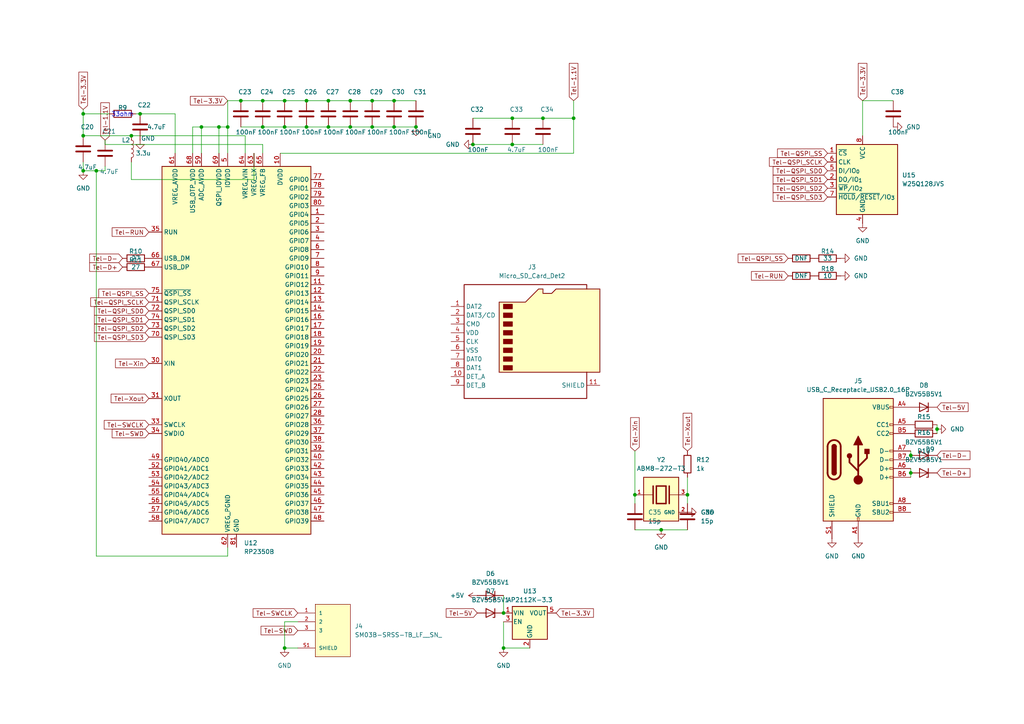
<source format=kicad_sch>
(kicad_sch (version 20250114) (generator "eeschema") (generator_version "9.0")
  (paper "A4")
  (title_block (title "Blitz"))
  (lib_symbols
    (symbol "ABM8-272-T3:ABM8-272-T3" (pin_names (offset 1.016))
      (property "Reference" "Y" (at -5.0878 6.3559 0))
      (property "Value" "ABM8-272-T3" (at -5.0944 -10.16 0))
      (symbol "ABM8-272-T3_0_0"
        (polyline (pts (xy -5.08 0) (xy -2.54 0)) (stroke (width 0.1524)))
        (rectangle (start -5.08 -7.62) (end 5.08 5.08) (stroke (width 0.254)) (fill (type background)))
        (polyline (pts (xy -2.3368 2.54) (xy -2.3368 -2.54)) (stroke (width 0.4064)))
        (polyline (pts (xy -1.397 2.54) (xy -1.397 -2.54)) (stroke (width 0.4064)))
        (polyline (pts (xy -1.397 2.54) (xy 1.397 2.54)) (stroke (width 0.4064)))
        (polyline (pts (xy 1.397 2.54) (xy 1.397 -2.54)) (stroke (width 0.4064)))
        (polyline (pts (xy 1.397 -2.54) (xy -1.397 -2.54)) (stroke (width 0.4064)))
        (polyline (pts (xy 2.3368 2.54) (xy 2.3368 -2.54)) (stroke (width 0.4064)))
        (polyline (pts (xy 2.54 0) (xy 5.08 0)) (stroke (width 0.1524)))
        (pin passive line (at -7.62 0 0) (length 2.54) (name "~") (number "1"))
        (pin passive line (at 7.62 0 180) (length 2.54) (name "~") (number "3"))
        (pin power_in line (at 7.62 -5.08 180) (length 2.54) (name "GND") (number "2"))
        (pin power_in line (at 7.62 -5.08 180) (length 2.54) (hide yes) (name "GND") (number "4"))
      )
    )
    (symbol "Connector:Micro_SD_Card_Det2"
      (property "Reference" "J" (at -16.51 17.78 0))
      (property "Value" "Micro_SD_Card_Det2" (at 16.51 17.78 0))
      (symbol "Micro_SD_Card_Det2_0_1"
        (polyline (pts (xy -8.89 -8.89) (xy -8.89 11.43) (xy -1.27 11.43) (xy 2.54 15.24) (xy 3.81 15.24) (xy 3.81 13.97) (xy 6.35 13.97) (xy 7.62 15.24) (xy 20.32 15.24) (xy 20.32 -8.89) (xy -8.89 -8.89)) (stroke (width 0.254)) (fill (type background)))
        (rectangle (start -7.62 10.795) (end -5.08 9.525) (stroke (width 0.254)) (fill (type outline)))
        (rectangle (start -7.62 8.255) (end -5.08 6.985) (stroke (width 0.254)) (fill (type outline)))
        (rectangle (start -7.62 5.715) (end -5.08 4.445) (stroke (width 0.254)) (fill (type outline)))
        (rectangle (start -7.62 3.175) (end -5.08 1.905) (stroke (width 0.254)) (fill (type outline)))
        (rectangle (start -7.62 0.635) (end -5.08 -0.635) (stroke (width 0.254)) (fill (type outline)))
        (rectangle (start -7.62 -1.905) (end -5.08 -3.175) (stroke (width 0.254)) (fill (type outline)))
        (rectangle (start -7.62 -4.445) (end -5.08 -5.715) (stroke (width 0.254)) (fill (type outline)))
        (rectangle (start -7.62 -6.985) (end -5.08 -8.255) (stroke (width 0.254)) (fill (type outline)))
        (polyline (pts (xy 16.51 15.24) (xy 16.51 16.51) (xy -19.05 16.51) (xy -19.05 -16.51) (xy 16.51 -16.51) (xy 16.51 -8.89)) (stroke (width 0.254)))
      )
      (symbol "Micro_SD_Card_Det2_1_1"
        (pin bidirectional line (at -22.86 10.16 0) (length 3.81) (name "DAT2") (number "1"))
        (pin bidirectional line (at -22.86 7.62 0) (length 3.81) (name "DAT3/CD") (number "2"))
        (pin input line (at -22.86 5.08 0) (length 3.81) (name "CMD") (number "3"))
        (pin power_in line (at -22.86 2.54 0) (length 3.81) (name "VDD") (number "4"))
        (pin input line (at -22.86 0 0) (length 3.81) (name "CLK") (number "5"))
        (pin power_in line (at -22.86 -2.54 0) (length 3.81) (name "VSS") (number "6"))
        (pin bidirectional line (at -22.86 -5.08 0) (length 3.81) (name "DAT0") (number "7"))
        (pin bidirectional line (at -22.86 -7.62 0) (length 3.81) (name "DAT1") (number "8"))
        (pin passive line (at -22.86 -10.16 0) (length 3.81) (name "DET_A") (number "10"))
        (pin passive line (at -22.86 -12.7 0) (length 3.81) (name "DET_B") (number "9"))
        (pin passive line (at 20.32 -12.7 180) (length 3.81) (name "SHIELD") (number "11"))
      )
    )
    (symbol "Connector:USB_C_Receptacle_USB2.0_16P" (pin_names (offset 1.016))
      (property "Reference" "J" (at 0 22.225 0))
      (property "Value" "USB_C_Receptacle_USB2.0_16P" (at 0 19.685 0))
      (symbol "USB_C_Receptacle_USB2.0_16P_0_0"
        (rectangle (start -0.254 -17.78) (end 0.254 -16.764))
        (rectangle (start 10.16 15.494) (end 9.144 14.986))
        (rectangle (start 10.16 10.414) (end 9.144 9.906))
        (rectangle (start 10.16 7.874) (end 9.144 7.366))
        (rectangle (start 10.16 2.794) (end 9.144 2.286))
        (rectangle (start 10.16 0.254) (end 9.144 -0.254))
        (rectangle (start 10.16 -2.286) (end 9.144 -2.794))
        (rectangle (start 10.16 -4.826) (end 9.144 -5.334))
        (rectangle (start 10.16 -12.446) (end 9.144 -12.954))
        (rectangle (start 10.16 -14.986) (end 9.144 -15.494))
      )
      (symbol "USB_C_Receptacle_USB2.0_16P_0_1"
        (rectangle (start -10.16 17.78) (end 10.16 -17.78) (stroke (width 0.254)) (fill (type background)))
        (polyline (pts (xy -8.89 -3.81) (xy -8.89 3.81)) (stroke (width 0.508)))
        (rectangle (start -7.62 -3.81) (end -6.35 3.81) (stroke (width 0.254)) (fill (type outline)))
        (arc (start -7.62 3.81) (mid -6.985 4.4423) (end -6.35 3.81) (stroke (width 0.254)))
        (arc (start -7.62 3.81) (mid -6.985 4.4423) (end -6.35 3.81) (stroke (width 0.254)) (fill (type outline)))
        (arc (start -8.89 3.81) (mid -6.985 5.7067) (end -5.08 3.81) (stroke (width 0.508)))
        (arc (start -5.08 -3.81) (mid -6.985 -5.7067) (end -8.89 -3.81) (stroke (width 0.508)))
        (arc (start -6.35 -3.81) (mid -6.985 -4.4423) (end -7.62 -3.81) (stroke (width 0.254)))
        (arc (start -6.35 -3.81) (mid -6.985 -4.4423) (end -7.62 -3.81) (stroke (width 0.254)) (fill (type outline)))
        (polyline (pts (xy -5.08 3.81) (xy -5.08 -3.81)) (stroke (width 0.508)))
        (circle (center -2.54 1.143) (radius 0.635) (stroke (width 0.254)) (fill (type outline)))
        (polyline (pts (xy -1.27 4.318) (xy 0 6.858) (xy 1.27 4.318) (xy -1.27 4.318)) (stroke (width 0.254)) (fill (type outline)))
        (polyline (pts (xy 0 -2.032) (xy 2.54 0.508) (xy 2.54 1.778)) (stroke (width 0.508)))
        (polyline (pts (xy 0 -3.302) (xy -2.54 -0.762) (xy -2.54 0.508)) (stroke (width 0.508)))
        (polyline (pts (xy 0 -5.842) (xy 0 4.318)) (stroke (width 0.508)))
        (circle (center 0 -5.842) (radius 1.27) (fill (type outline)))
        (rectangle (start 1.905 1.778) (end 3.175 3.048) (stroke (width 0.254)) (fill (type outline)))
      )
      (symbol "USB_C_Receptacle_USB2.0_16P_1_1"
        (pin passive line (at -7.62 -22.86 90) (length 5.08) (name "SHIELD") (number "S1"))
        (pin passive line (at 0 -22.86 90) (length 5.08) (name "GND") (number "A1"))
        (pin passive line (at 0 -22.86 90) (length 5.08) (hide yes) (name "GND") (number "A12"))
        (pin passive line (at 0 -22.86 90) (length 5.08) (hide yes) (name "GND") (number "B1"))
        (pin passive line (at 0 -22.86 90) (length 5.08) (hide yes) (name "GND") (number "B12"))
        (pin passive line (at 15.24 15.24 180) (length 5.08) (name "VBUS") (number "A4"))
        (pin passive line (at 15.24 15.24 180) (length 5.08) (hide yes) (name "VBUS") (number "A9"))
        (pin passive line (at 15.24 15.24 180) (length 5.08) (hide yes) (name "VBUS") (number "B4"))
        (pin passive line (at 15.24 15.24 180) (length 5.08) (hide yes) (name "VBUS") (number "B9"))
        (pin bidirectional line (at 15.24 10.16 180) (length 5.08) (name "CC1") (number "A5"))
        (pin bidirectional line (at 15.24 7.62 180) (length 5.08) (name "CC2") (number "B5"))
        (pin bidirectional line (at 15.24 2.54 180) (length 5.08) (name "D-") (number "A7"))
        (pin bidirectional line (at 15.24 0 180) (length 5.08) (name "D-") (number "B7"))
        (pin bidirectional line (at 15.24 -2.54 180) (length 5.08) (name "D+") (number "A6"))
        (pin bidirectional line (at 15.24 -5.08 180) (length 5.08) (name "D+") (number "B6"))
        (pin bidirectional line (at 15.24 -12.7 180) (length 5.08) (name "SBU1") (number "A8"))
        (pin bidirectional line (at 15.24 -15.24 180) (length 5.08) (name "SBU2") (number "B8"))
      )
    )
    (symbol "Device:C" (pin_numbers (hide yes)) (pin_names (offset 0.254))
      (property "Reference" "C" (at 0.635 2.54 0))
      (property "Value" "C" (at 0.635 -2.54 0))
      (symbol "C_0_1"
        (polyline (pts (xy -2.032 0.762) (xy 2.032 0.762)) (stroke (width 0.508)))
        (polyline (pts (xy -2.032 -0.762) (xy 2.032 -0.762)) (stroke (width 0.508)))
      )
      (symbol "C_1_1"
        (pin passive line (at 0 3.81 270) (length 2.794) (name "~") (number "1"))
        (pin passive line (at 0 -3.81 90) (length 2.794) (name "~") (number "2"))
      )
    )
    (symbol "Device:L" (pin_numbers (hide yes)) (pin_names (offset 1.016) (hide yes))
      (property "Reference" "L" (at -1.27 0 90))
      (property "Value" "L" (at 1.905 0 90))
      (symbol "L_0_1"
        (arc (start 0 2.54) (mid 0.6323 1.905) (end 0 1.27))
        (arc (start 0 1.27) (mid 0.6323 0.635) (end 0 0))
        (arc (start 0 0) (mid 0.6323 -0.635) (end 0 -1.27))
        (arc (start 0 -1.27) (mid 0.6323 -1.905) (end 0 -2.54))
      )
      (symbol "L_1_1"
        (pin passive line (at 0 3.81 270) (length 1.27) (name "1") (number "1"))
        (pin passive line (at 0 -3.81 90) (length 1.27) (name "2") (number "2"))
      )
    )
    (symbol "Device:R" (pin_numbers (hide yes)) (pin_names (offset 0))
      (property "Reference" "R" (at 2.032 0 90))
      (property "Value" "R" (at 0 0 90))
      (symbol "R_0_1"
        (rectangle (start -1.016 -2.54) (end 1.016 2.54) (stroke (width 0.254)))
      )
      (symbol "R_1_1"
        (pin passive line (at 0 3.81 270) (length 1.27) (name "~") (number "1"))
        (pin passive line (at 0 -3.81 90) (length 1.27) (name "~") (number "2"))
      )
    )
    (symbol "Diode:BZV55B5V1" (pin_numbers (hide yes)) (pin_names (hide yes))
      (property "Reference" "D" (at 0 2.54 0))
      (property "Value" "BZV55B5V1" (at 0 -2.54 0))
      (symbol "BZV55B5V1_0_1"
        (polyline (pts (xy -1.27 -1.27) (xy -1.27 1.27) (xy -0.762 1.27)) (stroke (width 0.254)))
        (polyline (pts (xy 1.27 0) (xy -1.27 0)))
        (polyline (pts (xy 1.27 -1.27) (xy 1.27 1.27) (xy -1.27 0) (xy 1.27 -1.27)) (stroke (width 0.254)))
      )
      (symbol "BZV55B5V1_1_1"
        (pin passive line (at -3.81 0 0) (length 2.54) (name "K") (number "1"))
        (pin passive line (at 3.81 0 180) (length 2.54) (name "A") (number "2"))
      )
    )
    (symbol "MCU_RaspberryPi:RP2350B"
      (property "Reference" "U" (at 17.526 57.404 0))
      (property "Value" "RP2350B" (at 17.526 54.864 0))
      (symbol "RP2350B_0_1"
        (rectangle (start -21.59 52.07) (end 21.59 -54.61) (stroke (width 0.254)) (fill (type background)))
      )
      (symbol "RP2350B_1_0"
        (pin bidirectional line (at -25.4 -33.02 0) (length 3.81) (name "GPIO40/ADC0") (number "49"))
        (pin bidirectional line (at -25.4 -35.56 0) (length 3.81) (name "GPIO41/ADC1") (number "52"))
        (pin bidirectional line (at -25.4 -38.1 0) (length 3.81) (name "GPIO42/ADC2") (number "53"))
        (pin bidirectional line (at -25.4 -40.64 0) (length 3.81) (name "GPIO43/ADC3") (number "54"))
        (pin bidirectional line (at -25.4 -43.18 0) (length 3.81) (name "GPIO44/ADC4") (number "55"))
        (pin bidirectional line (at -25.4 -45.72 0) (length 3.81) (name "GPIO45/ADC5") (number "56"))
        (pin bidirectional line (at -25.4 -48.26 0) (length 3.81) (name "GPIO46/ADC6") (number "57"))
        (pin bidirectional line (at -25.4 -50.8 0) (length 3.81) (name "GPIO47/ADC7") (number "58"))
        (pin power_in line (at -17.78 55.88 270) (length 3.81) (name "VREG_AVDD") (number "61"))
        (pin power_in line (at -12.7 55.88 270) (length 3.81) (name "USB_OTP_VDD") (number "68"))
        (pin power_in line (at -5.08 55.88 270) (length 3.81) (name "QSPI_IOVDD") (number "69"))
        (pin passive line (at -2.54 55.88 270) (length 3.81) (hide yes) (name "IOVDD") (number "50"))
        (pin passive line (at -2.54 55.88 270) (length 3.81) (hide yes) (name "IOVDD") (number "60"))
        (pin passive line (at -2.54 55.88 270) (length 3.81) (hide yes) (name "IOVDD") (number "76"))
        (pin power_in line (at -2.54 -58.42 90) (length 3.81) (name "VREG_PGND") (number "62"))
        (pin power_in line (at 12.7 55.88 270) (length 3.81) (name "DVDD") (number "10"))
        (pin passive line (at 12.7 55.88 270) (length 3.81) (hide yes) (name "DVDD") (number "51"))
        (pin bidirectional line (at 25.4 -27.94 180) (length 3.81) (name "GPIO30") (number "38"))
        (pin bidirectional line (at 25.4 -30.48 180) (length 3.81) (name "GPIO31") (number "39"))
        (pin bidirectional line (at 25.4 -33.02 180) (length 3.81) (name "GPIO32") (number "40"))
        (pin bidirectional line (at 25.4 -35.56 180) (length 3.81) (name "GPIO33") (number "42"))
        (pin bidirectional line (at 25.4 -38.1 180) (length 3.81) (name "GPIO34") (number "43"))
        (pin bidirectional line (at 25.4 -40.64 180) (length 3.81) (name "GPIO35") (number "44"))
        (pin bidirectional line (at 25.4 -43.18 180) (length 3.81) (name "GPIO36") (number "45"))
        (pin bidirectional line (at 25.4 -45.72 180) (length 3.81) (name "GPIO37") (number "46"))
        (pin bidirectional line (at 25.4 -48.26 180) (length 3.81) (name "GPIO38") (number "47"))
        (pin bidirectional line (at 25.4 -50.8 180) (length 3.81) (name "GPIO39") (number "48"))
      )
      (symbol "RP2350B_1_1"
        (pin input line (at -25.4 33.02 0) (length 3.81) (name "RUN") (number "35"))
        (pin bidirectional line (at -25.4 25.4 0) (length 3.81) (name "USB_DM") (number "66"))
        (pin bidirectional line (at -25.4 22.86 0) (length 3.81) (name "USB_DP") (number "67"))
        (pin output line (at -25.4 15.24 0) (length 3.81) (name "~{QSPI_SS}") (number "75"))
        (pin output line (at -25.4 12.7 0) (length 3.81) (name "QSPI_SCLK") (number "71"))
        (pin bidirectional line (at -25.4 10.16 0) (length 3.81) (name "QSPI_SD0") (number "72"))
        (pin bidirectional line (at -25.4 7.62 0) (length 3.81) (name "QSPI_SD1") (number "74"))
        (pin bidirectional line (at -25.4 5.08 0) (length 3.81) (name "QSPI_SD2") (number "73"))
        (pin bidirectional line (at -25.4 2.54 0) (length 3.81) (name "QSPI_SD3") (number "70"))
        (pin input line (at -25.4 -5.08 0) (length 3.81) (name "XIN") (number "30"))
        (pin output line (at -25.4 -15.24 0) (length 3.81) (name "XOUT") (number "31"))
        (pin input line (at -25.4 -22.86 0) (length 3.81) (name "SWCLK") (number "33"))
        (pin bidirectional line (at -25.4 -25.4 0) (length 3.81) (name "SWDIO") (number "34"))
        (pin power_in line (at -10.16 55.88 270) (length 3.81) (name "ADC_AVDD") (number "59"))
        (pin passive line (at -2.54 55.88 270) (length 3.81) (hide yes) (name "IOVDD") (number "15"))
        (pin passive line (at -2.54 55.88 270) (length 3.81) (hide yes) (name "IOVDD") (number "24"))
        (pin passive line (at -2.54 55.88 270) (length 3.81) (hide yes) (name "IOVDD") (number "29"))
        (pin passive line (at -2.54 55.88 270) (length 3.81) (hide yes) (name "IOVDD") (number "41"))
        (pin power_in line (at -2.54 55.88 270) (length 3.81) (name "IOVDD") (number "5"))
        (pin power_in line (at 0 -58.42 90) (length 3.81) (name "GND") (number "81"))
        (pin power_in line (at 2.54 55.88 270) (length 3.81) (name "VREG_VIN") (number "64"))
        (pin power_out line (at 5.08 55.88 270) (length 3.81) (name "VREG_LX") (number "63"))
        (pin passive line (at 7.62 55.88 270) (length 3.81) (name "VREG_FB") (number "65"))
        (pin passive line (at 12.7 55.88 270) (length 3.81) (hide yes) (name "DVDD") (number "32"))
        (pin bidirectional line (at 25.4 48.26 180) (length 3.81) (name "GPIO0") (number "77"))
        (pin bidirectional line (at 25.4 45.72 180) (length 3.81) (name "GPIO1") (number "78"))
        (pin bidirectional line (at 25.4 43.18 180) (length 3.81) (name "GPIO2") (number "79"))
        (pin bidirectional line (at 25.4 40.64 180) (length 3.81) (name "GPIO3") (number "80"))
        (pin bidirectional line (at 25.4 38.1 180) (length 3.81) (name "GPIO4") (number "1"))
        (pin bidirectional line (at 25.4 35.56 180) (length 3.81) (name "GPIO5") (number "2"))
        (pin bidirectional line (at 25.4 33.02 180) (length 3.81) (name "GPIO6") (number "3"))
        (pin bidirectional line (at 25.4 30.48 180) (length 3.81) (name "GPIO7") (number "4"))
        (pin bidirectional line (at 25.4 27.94 180) (length 3.81) (name "GPIO8") (number "6"))
        (pin bidirectional line (at 25.4 25.4 180) (length 3.81) (name "GPIO9") (number "7"))
        (pin bidirectional line (at 25.4 22.86 180) (length 3.81) (name "GPIO10") (number "8"))
        (pin bidirectional line (at 25.4 20.32 180) (length 3.81) (name "GPIO11") (number "9"))
        (pin bidirectional line (at 25.4 17.78 180) (length 3.81) (name "GPIO12") (number "11"))
        (pin bidirectional line (at 25.4 15.24 180) (length 3.81) (name "GPIO13") (number "12"))
        (pin bidirectional line (at 25.4 12.7 180) (length 3.81) (name "GPIO14") (number "13"))
        (pin bidirectional line (at 25.4 10.16 180) (length 3.81) (name "GPIO15") (number "14"))
        (pin bidirectional line (at 25.4 7.62 180) (length 3.81) (name "GPIO16") (number "16"))
        (pin bidirectional line (at 25.4 5.08 180) (length 3.81) (name "GPIO17") (number "17"))
        (pin bidirectional line (at 25.4 2.54 180) (length 3.81) (name "GPIO18") (number "18"))
        (pin bidirectional line (at 25.4 0 180) (length 3.81) (name "GPIO19") (number "19"))
        (pin bidirectional line (at 25.4 -2.54 180) (length 3.81) (name "GPIO20") (number "20"))
        (pin bidirectional line (at 25.4 -5.08 180) (length 3.81) (name "GPIO21") (number "21"))
        (pin bidirectional line (at 25.4 -7.62 180) (length 3.81) (name "GPIO22") (number "22"))
        (pin bidirectional line (at 25.4 -10.16 180) (length 3.81) (name "GPIO23") (number "23"))
        (pin bidirectional line (at 25.4 -12.7 180) (length 3.81) (name "GPIO24") (number "25"))
        (pin bidirectional line (at 25.4 -15.24 180) (length 3.81) (name "GPIO25") (number "26"))
        (pin bidirectional line (at 25.4 -17.78 180) (length 3.81) (name "GPIO26") (number "27"))
        (pin bidirectional line (at 25.4 -20.32 180) (length 3.81) (name "GPIO27") (number "28"))
        (pin bidirectional line (at 25.4 -22.86 180) (length 3.81) (name "GPIO28") (number "36"))
        (pin bidirectional line (at 25.4 -25.4 180) (length 3.81) (name "GPIO29") (number "37"))
      )
    )
    (symbol "Memory_Flash:W25Q128JVS"
      (property "Reference" "U" (at -6.35 11.43 0))
      (property "Value" "W25Q128JVS" (at 7.62 11.43 0))
      (symbol "W25Q128JVS_0_1"
        (rectangle (start -7.62 10.16) (end 10.16 -10.16) (stroke (width 0.254)) (fill (type background)))
      )
      (symbol "W25Q128JVS_1_1"
        (pin input line (at -10.16 7.62 0) (length 2.54) (name "~{CS}") (number "1"))
        (pin input line (at -10.16 5.08 0) (length 2.54) (name "CLK") (number "6"))
        (pin bidirectional line (at -10.16 2.54 0) (length 2.54) (name "DI/IO_{0}") (number "5"))
        (pin bidirectional line (at -10.16 0 0) (length 2.54) (name "DO/IO_{1}") (number "2"))
        (pin bidirectional line (at -10.16 -2.54 0) (length 2.54) (name "~{WP}/IO_{2}") (number "3"))
        (pin bidirectional line (at -10.16 -5.08 0) (length 2.54) (name "~{HOLD}/~{RESET}/IO_{3}") (number "7"))
        (pin power_in line (at 0 12.7 270) (length 2.54) (name "VCC") (number "8"))
        (pin power_in line (at 0 -12.7 90) (length 2.54) (name "GND") (number "4"))
      )
    )
    (symbol "Regulator_Linear:AP2112K-3.3" (pin_names (offset 0.254))
      (property "Reference" "U" (at -5.08 5.715 0))
      (property "Value" "AP2112K-3.3" (at 0 5.715 0))
      (symbol "AP2112K-3.3_0_1"
        (rectangle (start -5.08 4.445) (end 5.08 -5.08) (stroke (width 0.254)) (fill (type background)))
      )
      (symbol "AP2112K-3.3_1_1"
        (pin power_in line (at -7.62 2.54 0) (length 2.54) (name "VIN") (number "1"))
        (pin input line (at -7.62 0 0) (length 2.54) (name "EN") (number "3"))
        (pin power_in line (at 0 -7.62 90) (length 2.54) (name "GND") (number "2"))
        (pin no_connect line (at 5.08 0 180) (length 2.54) (hide yes) (name "NC") (number "4"))
        (pin power_out line (at 7.62 2.54 180) (length 2.54) (name "VOUT") (number "5"))
      )
    )
    (symbol "SM03B-SRSS-TB_LF__SN_:SM03B-SRSS-TB_LF__SN_" (pin_names (offset 1.016))
      (property "Reference" "J" (at -5.08 8.382 0))
      (property "Value" "SM03B-SRSS-TB_LF__SN_" (at -5.08 -10.16 0))
      (symbol "SM03B-SRSS-TB_LF__SN__0_0"
        (rectangle (start -5.08 -7.62) (end 5.08 7.62) (stroke (width 0.1524)) (fill (type background)))
        (pin passive line (at -10.16 5.08 0) (length 5.08) (name "1") (number "1"))
        (pin passive line (at -10.16 2.54 0) (length 5.08) (name "2") (number "2"))
        (pin passive line (at -10.16 0 0) (length 5.08) (name "3") (number "3"))
        (pin passive line (at -10.16 -5.08 0) (length 5.08) (name "SHIELD") (number "S1"))
        (pin passive line (at -10.16 -5.08 0) (length 5.08) (hide yes) (name "SHIELD") (number "S2"))
      )
    )
    (symbol "power:+5V" (power) (pin_numbers (hide yes)) (pin_names (offset 0) (hide yes))
      (property "Value" "+5V" (at 0 3.556 0))
      (symbol "+5V_0_1"
        (polyline (pts (xy -0.762 1.27) (xy 0 2.54)))
        (polyline (pts (xy 0 2.54) (xy 0.762 1.27)))
        (polyline (pts (xy 0 0) (xy 0 2.54)))
      )
      (symbol "+5V_1_1"
        (pin power_in line (at 0 0 90) (length 0) (name "~") (number "1"))
      )
    )
    (symbol "power:GND" (power) (pin_numbers (hide yes)) (pin_names (offset 0) (hide yes))
      (property "Value" "GND" (at 0 -3.81 0))
      (symbol "GND_0_1"
        (polyline (pts (xy 0 0) (xy 0 -1.27) (xy 1.27 -1.27) (xy 0 -2.54) (xy -1.27 -1.27) (xy 0 -1.27)))
      )
      (symbol "GND_1_1"
        (pin power_in line (at 0 0 270) (length 0) (name "~") (number "1"))
      )
    )
  )
  (text "33ohm" (at 35.56 33.274 0) (effects (font (size 1.27 1.27))))
  (junction (at 40.64 33.02))
  (junction (at 24.13 49.53))
  (junction (at 148.59 41.91))
  (junction (at 191.77 153.67))
  (junction (at 264.16 132.08))
  (junction (at 114.3 29.21))
  (junction (at 137.16 41.91))
  (junction (at 184.15 143.51))
  (junction (at 82.55 187.96))
  (junction (at 66.04 36.83))
  (junction (at 107.95 36.83))
  (junction (at 114.3 36.83))
  (junction (at 82.55 29.21))
  (junction (at 95.25 36.83))
  (junction (at 24.13 39.37))
  (junction (at 38.1 39.37))
  (junction (at 148.59 34.29))
  (junction (at 271.78 124.46))
  (junction (at 63.5 36.83))
  (junction (at 58.42 36.83))
  (junction (at 146.05 177.8))
  (junction (at 120.65 36.83))
  (junction (at 166.37 34.29))
  (junction (at 76.2 36.83))
  (junction (at 88.9 29.21))
  (junction (at 157.48 34.29))
  (junction (at 24.13 33.02))
  (junction (at 27.94 49.53))
  (junction (at 264.16 137.16))
  (junction (at 88.9 36.83))
  (junction (at 107.95 29.21))
  (junction (at 82.55 36.83))
  (junction (at 199.39 143.51))
  (junction (at 146.05 187.96))
  (junction (at 76.2 29.21))
  (junction (at 69.85 29.21))
  (junction (at 101.6 29.21))
  (junction (at 95.25 29.21))
  (junction (at 101.6 36.83))
  (wire (pts (xy 63.5 36.83) (xy 58.42 36.83)))
  (wire (pts (xy 66.04 36.83) (xy 66.04 29.21)))
  (wire (pts (xy 27.94 49.53) (xy 27.94 161.29)))
  (wire (pts (xy 271.78 123.19) (xy 271.78 124.46)))
  (wire (pts (xy 76.2 36.83) (xy 82.55 36.83)))
  (wire (pts (xy 24.13 39.37) (xy 38.1 39.37)))
  (wire (pts (xy 31.75 33.02) (xy 24.13 33.02)))
  (wire (pts (xy 82.55 29.21) (xy 88.9 29.21)))
  (wire (pts (xy 88.9 29.21) (xy 95.25 29.21)))
  (wire (pts (xy 58.42 36.83) (xy 58.42 44.45)))
  (wire (pts (xy 66.04 36.83) (xy 63.5 36.83)))
  (wire (pts (xy 107.95 29.21) (xy 114.3 29.21)))
  (wire (pts (xy 146.05 172.72) (xy 146.05 177.8)))
  (wire (pts (xy 30.48 40.64) (xy 30.48 41.91)))
  (wire (pts (xy 137.16 41.91) (xy 148.59 41.91)))
  (wire (pts (xy 69.85 29.21) (xy 76.2 29.21)))
  (wire (pts (xy 38.1 46.99) (xy 38.1 52.07)))
  (wire (pts (xy 250.19 39.37) (xy 250.19 29.21)))
  (wire (pts (xy 146.05 187.96) (xy 153.67 187.96)))
  (wire (pts (xy 63.5 36.83) (xy 63.5 44.45)))
  (wire (pts (xy 30.48 49.53) (xy 27.94 49.53)))
  (wire (pts (xy 30.48 49.53) (xy 30.48 48.26)))
  (wire (pts (xy 81.28 44.45) (xy 166.37 44.45)))
  (wire (pts (xy 101.6 36.83) (xy 107.95 36.83)))
  (wire (pts (xy 38.1 52.07) (xy 73.66 52.07)))
  (wire (pts (xy 24.13 46.99) (xy 24.13 49.53)))
  (wire (pts (xy 184.15 143.51) (xy 184.15 146.05)))
  (wire (pts (xy 199.39 143.51) (xy 199.39 146.05)))
  (wire (pts (xy 24.13 33.02) (xy 24.13 31.75)))
  (wire (pts (xy 184.15 153.67) (xy 191.77 153.67)))
  (wire (pts (xy 148.59 41.91) (xy 157.48 41.91)))
  (wire (pts (xy 166.37 34.29) (xy 166.37 44.45)))
  (wire (pts (xy 95.25 36.83) (xy 101.6 36.83)))
  (wire (pts (xy 73.66 52.07) (xy 73.66 44.45)))
  (wire (pts (xy 114.3 36.83) (xy 120.65 36.83)))
  (wire (pts (xy 114.3 29.21) (xy 120.65 29.21)))
  (wire (pts (xy 71.12 44.45) (xy 71.12 39.37)))
  (wire (pts (xy 148.59 34.29) (xy 157.48 34.29)))
  (wire (pts (xy 76.2 29.21) (xy 82.55 29.21)))
  (wire (pts (xy 264.16 135.89) (xy 264.16 137.16)))
  (wire (pts (xy 39.37 33.02) (xy 40.64 33.02)))
  (wire (pts (xy 250.19 29.21) (xy 259.08 29.21)))
  (wire (pts (xy 95.25 29.21) (xy 101.6 29.21)))
  (wire (pts (xy 24.13 39.37) (xy 24.13 33.02)))
  (wire (pts (xy 66.04 44.45) (xy 66.04 36.83)))
  (wire (pts (xy 137.16 34.29) (xy 148.59 34.29)))
  (wire (pts (xy 88.9 36.83) (xy 95.25 36.83)))
  (wire (pts (xy 271.78 124.46) (xy 271.78 125.73)))
  (wire (pts (xy 82.55 36.83) (xy 88.9 36.83)))
  (wire (pts (xy 69.85 36.83) (xy 76.2 36.83)))
  (wire (pts (xy 66.04 29.21) (xy 69.85 29.21)))
  (wire (pts (xy 101.6 29.21) (xy 107.95 29.21)))
  (wire (pts (xy 264.16 137.16) (xy 264.16 138.43)))
  (wire (pts (xy 76.2 41.91) (xy 76.2 44.45)))
  (wire (pts (xy 82.55 187.96) (xy 86.36 187.96)))
  (wire (pts (xy 166.37 34.29) (xy 166.37 29.21)))
  (wire (pts (xy 66.04 161.29) (xy 66.04 158.75)))
  (wire (pts (xy 30.48 41.91) (xy 76.2 41.91)))
  (wire (pts (xy 264.16 130.81) (xy 264.16 132.08)))
  (wire (pts (xy 107.95 36.83) (xy 114.3 36.83)))
  (wire (pts (xy 50.8 44.45) (xy 50.8 33.02)))
  (wire (pts (xy 38.1 39.37) (xy 71.12 39.37)))
  (wire (pts (xy 82.55 180.34) (xy 82.55 187.96)))
  (wire (pts (xy 40.64 33.02) (xy 50.8 33.02)))
  (wire (pts (xy 146.05 180.34) (xy 146.05 187.96)))
  (wire (pts (xy 58.42 36.83) (xy 55.88 36.83)))
  (wire (pts (xy 184.15 130.81) (xy 184.15 143.51)))
  (wire (pts (xy 191.77 153.67) (xy 199.39 153.67)))
  (wire (pts (xy 55.88 36.83) (xy 55.88 44.45)))
  (wire (pts (xy 86.36 180.34) (xy 82.55 180.34)))
  (wire (pts (xy 27.94 161.29) (xy 66.04 161.29)))
  (wire (pts (xy 199.39 138.43) (xy 199.39 143.51)))
  (wire (pts (xy 264.16 132.08) (xy 264.16 133.35)))
  (wire (pts (xy 157.48 34.29) (xy 166.37 34.29)))
  (wire (pts (xy 24.13 49.53) (xy 27.94 49.53)))
  (global_label "Tel-1.1V" (shape input) (at 30.48 40.64 90) (property "Intersheetrefs" "${INTERSHEET_REFS}" (effects (hide yes))))
  (global_label "Tel-3.3V" (shape input) (at 66.04 29.21 180) (property "Intersheetrefs" "${INTERSHEET_REFS}" (effects (hide yes))))
  (global_label "Tel-Xout" (shape input) (at 43.18 115.57 180) (property "Intersheetrefs" "${INTERSHEET_REFS}" (effects (hide yes))))
  (global_label "Tel-QSPI_SS" (shape input) (at 43.18 85.09 180) (property "Intersheetrefs" "${INTERSHEET_REFS}" (effects (hide yes))))
  (global_label "Tel-D-" (shape input) (at 35.56 74.93 180) (property "Intersheetrefs" "${INTERSHEET_REFS}" (effects (hide yes))))
  (global_label "Tel-Xout" (shape input) (at 199.39 130.81 90) (property "Intersheetrefs" "${INTERSHEET_REFS}" (effects (hide yes))))
  (global_label "Tel-QSPI_SS" (shape input) (at 240.03 44.45 180) (property "Intersheetrefs" "${INTERSHEET_REFS}" (effects (hide yes))))
  (global_label "Tel-5V" (shape input) (at 271.78 118.11 0) (property "Intersheetrefs" "${INTERSHEET_REFS}" (effects (hide yes))))
  (global_label "Tel-QSPI_SD3" (shape input) (at 43.18 97.79 180) (property "Intersheetrefs" "${INTERSHEET_REFS}" (effects (hide yes))))
  (global_label "Tel-Xin" (shape input) (at 43.18 105.41 180) (property "Intersheetrefs" "${INTERSHEET_REFS}" (effects (hide yes))))
  (global_label "Tel-QSPI_SD0" (shape input) (at 240.03 49.53 180) (property "Intersheetrefs" "${INTERSHEET_REFS}" (effects (hide yes))))
  (global_label "Tel-QSPI_SS" (shape input) (at 228.6 74.93 180) (property "Intersheetrefs" "${INTERSHEET_REFS}" (effects (hide yes))))
  (global_label "Tel-3.3V" (shape input) (at 24.13 31.75 90) (property "Intersheetrefs" "${INTERSHEET_REFS}" (effects (hide yes))))
  (global_label "Tel-D+" (shape input) (at 271.78 137.16 0) (property "Intersheetrefs" "${INTERSHEET_REFS}" (effects (hide yes))))
  (global_label "Tel-SWCLK" (shape input) (at 86.36 177.8 180) (property "Intersheetrefs" "${INTERSHEET_REFS}" (effects (hide yes))))
  (global_label "Tel-RUN" (shape input) (at 228.6 80.01 180) (property "Intersheetrefs" "${INTERSHEET_REFS}" (effects (hide yes))))
  (global_label "Tel-QSPI_SD3" (shape input) (at 240.03 57.15 180) (property "Intersheetrefs" "${INTERSHEET_REFS}" (effects (hide yes))))
  (global_label "Tel-QSPI_SD2" (shape input) (at 240.03 54.61 180) (property "Intersheetrefs" "${INTERSHEET_REFS}" (effects (hide yes))))
  (global_label "Tel-SWCLK" (shape input) (at 43.18 123.19 180) (property "Intersheetrefs" "${INTERSHEET_REFS}" (effects (hide yes))))
  (global_label "Tel-QSPI_SD2" (shape input) (at 43.18 95.25 180) (property "Intersheetrefs" "${INTERSHEET_REFS}" (effects (hide yes))))
  (global_label "Tel-QSPI_SD1" (shape input) (at 43.18 92.71 180) (property "Intersheetrefs" "${INTERSHEET_REFS}" (effects (hide yes))))
  (global_label "Tel-5V" (shape input) (at 138.43 177.8 180) (property "Intersheetrefs" "${INTERSHEET_REFS}" (effects (hide yes))))
  (global_label "Tel-Xin" (shape input) (at 184.15 130.81 90) (property "Intersheetrefs" "${INTERSHEET_REFS}" (effects (hide yes))))
  (global_label "Tel-D+" (shape input) (at 35.56 77.47 180) (property "Intersheetrefs" "${INTERSHEET_REFS}" (effects (hide yes))))
  (global_label "Tel-QSPI_SD1" (shape input) (at 240.03 52.07 180) (property "Intersheetrefs" "${INTERSHEET_REFS}" (effects (hide yes))))
  (global_label "Tel-SWD" (shape input) (at 86.36 182.88 180) (property "Intersheetrefs" "${INTERSHEET_REFS}" (effects (hide yes))))
  (global_label "Tel-1.1V" (shape input) (at 166.37 29.21 90) (property "Intersheetrefs" "${INTERSHEET_REFS}" (effects (hide yes))))
  (global_label "Tel-QSPI_SD0" (shape input) (at 43.18 90.17 180) (property "Intersheetrefs" "${INTERSHEET_REFS}" (effects (hide yes))))
  (global_label "Tel-RUN" (shape input) (at 43.18 67.31 180) (property "Intersheetrefs" "${INTERSHEET_REFS}" (effects (hide yes))))
  (global_label "Tel-QSPI_SCLK" (shape input) (at 43.18 87.63 180) (property "Intersheetrefs" "${INTERSHEET_REFS}" (effects (hide yes))))
  (global_label "Tel-3.3V" (shape input) (at 161.29 177.8 0) (property "Intersheetrefs" "${INTERSHEET_REFS}" (effects (hide yes))))
  (global_label "Tel-QSPI_SCLK" (shape input) (at 240.03 46.99 180) (property "Intersheetrefs" "${INTERSHEET_REFS}" (effects (hide yes))))
  (global_label "Tel-SWD" (shape input) (at 43.18 125.73 180) (property "Intersheetrefs" "${INTERSHEET_REFS}" (effects (hide yes))))
  (global_label "Tel-3.3V" (shape input) (at 250.19 29.21 90) (property "Intersheetrefs" "${INTERSHEET_REFS}" (effects (hide yes))))
  (global_label "Tel-D-" (shape input) (at 271.78 132.08 0) (property "Intersheetrefs" "${INTERSHEET_REFS}" (effects (hide yes))))
  (symbol (lib_id "Device:C") (at 137.16 38.1 0) (unit 1)
    (property "Reference" "C32" (at 136.398 31.75 0) (effects (justify left)))
    (property "Value" "100nF" (at 135.636 43.434 0) (effects (justify left)))
    (property "Footprint" "Capacitor_SMD:C_01005_0402Metric" (effects (hide yes)))
    (property "Description" "Unpolarized capacitor" (effects (hide yes)))
  )
  (symbol (lib_id "Device:C") (at 24.13 43.18 0) (unit 1)
    (property "Reference" "C20" (at 23.368 36.83 0) (effects (justify left)))
    (property "Value" "4.7uF" (at 22.606 48.514 0) (effects (justify left)))
    (property "Footprint" "Capacitor_SMD:C_01005_0402Metric" (effects (hide yes)))
    (property "Description" "Unpolarized capacitor" (effects (hide yes)))
  )
  (symbol (lib_id "power:GND") (at 271.78 124.46 90) (unit 1)
    (property "Reference" "#PWR034" (effects (hide yes)))
    (property "Value" "GND" (at 275.59 124.4599 90) (effects (justify right)))
    (property "Description" "Power symbol creates a global label with name \"GND\" , ground" (effects (hide yes)))
  )
  (symbol (lib_id "Diode:BZV55B5V1") (at 267.97 137.16 180) (unit 1)
    (property "Reference" "D10" (at 267.97 130.81 0))
    (property "Value" "BZV55B5V1" (at 267.97 133.35 0))
    (property "Footprint" "Diode_SMD:D_MiniMELF" (effects (hide yes)))
    (property "Datasheet" "https://assets.nexperia.com/documents/data-sheet/BZV55_SER.pdf" (effects (hide yes)))
    (property "Description" "5.1V, 500mW, 2%, Zener diode, MiniMELF" (effects (hide yes)))
  )
  (symbol (lib_id "Memory_Flash:W25Q128JVS") (at 250.19 52.07 0) (unit 1)
    (property "Reference" "U15" (at 261.62 50.7999 0) (effects (justify left)))
    (property "Value" "W25Q128JVS" (at 261.62 53.3399 0) (effects (justify left)))
    (property "Footprint" "Package_SO:SOIC-8_5.3x5.3mm_P1.27mm" (effects (hide yes)))
    (property "Datasheet" "https://www.winbond.com/resource-files/w25q128jv_dtr%20revc%2003272018%20plus.pdf" (effects (hide yes)))
    (property "Description" "128Mbit / 16MiB Serial Flash Memory, Standard/Dual/Quad SPI, 2.7-3.6V, SOIC-8" (effects (hide yes)))
  )
  (symbol (lib_id "power:GND") (at 259.08 36.83 90) (unit 1)
    (property "Reference" "#PWR033" (effects (hide yes)))
    (property "Value" "GND" (at 262.89 36.8299 90) (effects (justify right)))
    (property "Description" "Power symbol creates a global label with name \"GND\" , ground" (effects (hide yes)))
  )
  (symbol (lib_id "Device:C") (at 120.65 33.02 0) (unit 1)
    (property "Reference" "C31" (at 119.888 26.67 0) (effects (justify left)))
    (property "Value" "100nF" (at 119.126 38.354 0) (effects (justify left)))
    (property "Footprint" "Capacitor_SMD:C_01005_0402Metric" (effects (hide yes)))
    (property "Description" "Unpolarized capacitor" (effects (hide yes)))
  )
  (symbol (lib_id "Diode:BZV55B5V1") (at 142.24 177.8 180) (unit 1)
    (property "Reference" "D7" (at 142.24 171.45 0))
    (property "Value" "BZV55B5V1" (at 142.24 173.99 0))
    (property "Footprint" "Diode_SMD:D_MiniMELF" (effects (hide yes)))
    (property "Datasheet" "https://assets.nexperia.com/documents/data-sheet/BZV55_SER.pdf" (effects (hide yes)))
    (property "Description" "5.1V, 500mW, 2%, Zener diode, MiniMELF" (effects (hide yes)))
  )
  (symbol (lib_id "Device:C") (at 199.39 149.86 0) (unit 1)
    (property "Reference" "C36" (at 203.2 148.5899 0) (effects (justify left)))
    (property "Value" "15p" (at 203.2 151.1299 0) (effects (justify left)))
    (property "Footprint" "Capacitor_SMD:C_0201_0603Metric" (effects (hide yes)))
    (property "Description" "Unpolarized capacitor" (effects (hide yes)))
  )
  (symbol (lib_id "MCU_RaspberryPi:RP2350B") (at 68.58 100.33 0) (unit 1)
    (property "Reference" "U12" (at 70.7233 157.48 0) (effects (justify left)))
    (property "Value" "RP2350B" (at 70.7233 160.02 0) (effects (justify left)))
    (property "Footprint" "Package_DFN_QFN:QFN-80-1EP_10x10mm_P0.4mm_EP3.4x3.4mm" (effects (hide yes)))
    (property "Datasheet" "https://datasheets.raspberrypi.com/rp2350/rp2350-datasheet.pdf" (effects (hide yes)))
    (property "Description" "A microcontroller by Raspberry Pi, dual CPU architecture (ARM Cortex-M33 / RISC-V Hazard3), 150MHz, no flash, 520KB SRAM, 12 PIO state machines, VQFN-80" (effects (hide yes)))
    (property private "KLC_S4.2_DVDD" "Not a standalone power converter; internal on-chip voltage regulator for digital core supply; DVDD is the digital core power supply, should be placed next to voltage regulator output." (effects (hide yes)))
    (property private "KLC_S4.2_VREG_LX" "Should be placed next to DVDD." (effects (hide yes)))
  )
  (symbol (lib_id "Device:C") (at 76.2 33.02 0) (unit 1)
    (property "Reference" "C24" (at 75.438 26.67 0) (effects (justify left)))
    (property "Value" "100nF" (at 74.676 38.354 0) (effects (justify left)))
    (property "Footprint" "Capacitor_SMD:C_01005_0402Metric" (effects (hide yes)))
    (property "Description" "Unpolarized capacitor" (effects (hide yes)))
  )
  (symbol (lib_id "Device:R") (at 267.97 123.19 90) (unit 1)
    (property "Reference" "R15" (at 267.97 120.904 90))
    (property "Value" "R" (effects (hide yes)))
    (property "Footprint" "Resistor_SMD:R_01005_0402Metric" (effects (hide yes)))
    (property "Description" "Resistor" (effects (hide yes)))
  )
  (symbol (lib_id "Device:R") (at 240.03 80.01 90) (unit 1)
    (property "Reference" "R18" (at 240.03 77.978 90))
    (property "Value" "10" (at 240.03 80.01 90))
    (property "Footprint" "Resistor_SMD:R_0201_0603Metric_Pad0.64x0.40mm_HandSolder" (effects (hide yes)))
    (property "Description" "Resistor" (effects (hide yes)))
  )
  (symbol (lib_id "power:GND") (at 243.84 74.93 90) (unit 1)
    (property "Reference" "#PWR030" (effects (hide yes)))
    (property "Value" "GND" (at 247.65 74.9299 90) (effects (justify right)))
    (property "Description" "Power symbol creates a global label with name \"GND\" , ground" (effects (hide yes)))
  )
  (symbol (lib_id "power:GND") (at 191.77 153.67 0) (unit 1)
    (property "Reference" "#PWR025" (effects (hide yes)))
    (property "Value" "GND" (at 191.77 158.75 0))
    (property "Description" "Power symbol creates a global label with name \"GND\" , ground" (effects (hide yes)))
  )
  (symbol (lib_id "Device:R") (at 39.37 74.93 90) (unit 1)
    (property "Reference" "R10" (at 39.37 72.898 90))
    (property "Value" "27" (at 39.37 74.93 90))
    (property "Footprint" "Resistor_SMD:R_0201_0603Metric_Pad0.64x0.40mm_HandSolder" (effects (hide yes)))
    (property "Description" "Resistor" (effects (hide yes)))
  )
  (symbol (lib_id "Device:R") (at 199.39 134.62 0) (unit 1)
    (property "Reference" "R12" (at 201.93 133.3499 0) (effects (justify left)))
    (property "Value" "1k" (at 201.93 135.8899 0) (effects (justify left)))
    (property "Footprint" "Resistor_SMD:R_01005_0402Metric" (effects (hide yes)))
    (property "Description" "Resistor" (effects (hide yes)))
  )
  (symbol (lib_id "Device:R") (at 39.37 77.47 90) (unit 1)
    (property "Reference" "R11" (at 39.37 75.438 90))
    (property "Value" "27" (at 39.37 77.47 90))
    (property "Footprint" "Resistor_SMD:R_0201_0603Metric_Pad0.64x0.40mm_HandSolder" (effects (hide yes)))
    (property "Description" "Resistor" (effects (hide yes)))
  )
  (symbol (lib_id "power:GND") (at 40.64 40.64 0) (unit 1)
    (property "Reference" "#PWR019" (effects (hide yes)))
    (property "Value" "GND" (at 42.926 40.132 0))
    (property "Description" "Power symbol creates a global label with name \"GND\" , ground" (effects (hide yes)))
  )
  (symbol (lib_id "Device:R") (at 240.03 74.93 90) (unit 1)
    (property "Reference" "R14" (at 240.03 72.898 90))
    (property "Value" "33" (at 240.03 74.93 90))
    (property "Footprint" "Resistor_SMD:R_0201_0603Metric_Pad0.64x0.40mm_HandSolder" (effects (hide yes)))
    (property "Description" "Resistor" (effects (hide yes)))
  )
  (symbol (lib_id "Device:C") (at 95.25 33.02 0) (unit 1)
    (property "Reference" "C27" (at 94.488 26.67 0) (effects (justify left)))
    (property "Value" "100nF" (at 93.726 38.354 0) (effects (justify left)))
    (property "Footprint" "Capacitor_SMD:C_01005_0402Metric" (effects (hide yes)))
    (property "Description" "Unpolarized capacitor" (effects (hide yes)))
  )
  (symbol (lib_id "Device:C") (at 107.95 33.02 0) (unit 1)
    (property "Reference" "C29" (at 107.188 26.67 0) (effects (justify left)))
    (property "Value" "100nF" (at 106.426 38.354 0) (effects (justify left)))
    (property "Footprint" "Capacitor_SMD:C_01005_0402Metric" (effects (hide yes)))
    (property "Description" "Unpolarized capacitor" (effects (hide yes)))
  )
  (symbol (lib_id "power:GND") (at 24.13 49.53 0) (unit 1)
    (property "Reference" "#PWR018" (effects (hide yes)))
    (property "Value" "GND" (at 24.13 54.61 0))
    (property "Description" "Power symbol creates a global label with name \"GND\" , ground" (effects (hide yes)))
  )
  (symbol (lib_id "Device:C") (at 82.55 33.02 0) (unit 1)
    (property "Reference" "C25" (at 81.788 26.67 0) (effects (justify left)))
    (property "Value" "100nF" (at 81.026 38.354 0) (effects (justify left)))
    (property "Footprint" "Capacitor_SMD:C_01005_0402Metric" (effects (hide yes)))
    (property "Description" "Unpolarized capacitor" (effects (hide yes)))
  )
  (symbol (lib_id "Device:C") (at 30.48 44.45 0) (unit 1)
    (property "Reference" "C21" (at 29.718 38.1 0) (effects (justify left)))
    (property "Value" "4.7uF" (at 28.956 49.784 0) (effects (justify left)))
    (property "Footprint" "Capacitor_SMD:C_01005_0402Metric" (effects (hide yes)))
    (property "Description" "Unpolarized capacitor" (effects (hide yes)))
  )
  (symbol (lib_id "Device:R") (at 232.41 74.93 90) (unit 1)
    (property "Reference" "R13" (effects (hide yes)))
    (property "Value" "DNF" (at 232.41 74.93 90))
    (property "Footprint" "Resistor_SMD:R_0603_1608Metric" (effects (hide yes)))
    (property "Description" "Resistor" (effects (hide yes)))
  )
  (symbol (lib_id "Device:L") (at 38.1 43.18 0) (unit 1) (exclude_from_sim yes)
    (property "Reference" "L2" (at 35.306 40.64 0) (effects (justify left)))
    (property "Value" "3.3u" (at 39.37 44.4499 0) (effects (justify left)))
    (property "Footprint" "Inductor_SMD:L_0201_0603Metric" (effects (hide yes)))
    (property "Description" "Inductor" (effects (hide yes)))
  )
  (symbol (lib_id "Diode:BZV55B5V1") (at 267.97 132.08 180) (unit 1)
    (property "Reference" "D9" (at 269.748 130.302 0))
    (property "Value" "BZV55B5V1" (at 267.97 128.27 0))
    (property "Footprint" "Diode_SMD:D_MiniMELF" (effects (hide yes)))
    (property "Datasheet" "https://assets.nexperia.com/documents/data-sheet/BZV55_SER.pdf" (effects (hide yes)))
    (property "Description" "5.1V, 500mW, 2%, Zener diode, MiniMELF" (effects (hide yes)))
  )
  (symbol (lib_id "power:GND") (at 241.3 156.21 0) (unit 1)
    (property "Reference" "#PWR029" (effects (hide yes)))
    (property "Value" "GND" (at 241.3 161.29 0))
    (property "Description" "Power symbol creates a global label with name \"GND\" , ground" (effects (hide yes)))
  )
  (symbol (lib_id "Device:C") (at 157.48 38.1 0) (unit 1)
    (property "Reference" "C34" (at 156.718 31.75 0) (effects (justify left)))
    (property "Value" "100nF" (at 155.956 43.434 0) (effects (justify left)))
    (property "Footprint" "Capacitor_SMD:C_01005_0402Metric" (effects (hide yes)))
    (property "Description" "Unpolarized capacitor" (effects (hide yes)))
  )
  (symbol (lib_id "power:+5V") (at 138.43 172.72 90) (unit 1)
    (property "Reference" "#PWR023" (effects (hide yes)))
    (property "Value" "+5V" (at 134.62 172.7199 90) (effects (justify left)))
    (property "Description" "Power symbol creates a global label with name \"+5V\"" (effects (hide yes)))
  )
  (symbol (lib_id "ABM8-272-T3:ABM8-272-T3") (at 191.77 143.51 0) (unit 1)
    (property "Reference" "Y2" (at 191.77 133.35 0))
    (property "Value" "ABM8-272-T3" (at 191.77 135.89 0))
    (property "Footprint" "ABM8-272-T3:XTAL_ABM8-272-T3" (effects (hide yes)))
    (property "MF" "ABRACON" (effects (hide yes)))
    (property "MAXIMUM_PACKAGE_HEIGHT" "0.8mm" (effects (hide yes)))
    (property "CREATOR" "DIZAR" (effects (hide yes)))
    (property "Price" "None" (effects (hide yes)))
    (property "Package" "NON-STANDARD-4 Abracon" (effects (hide yes)))
    (property "Check_prices" "https://www.snapeda.com/parts/ABM8-272-T3/Abracon/view-part/?ref=eda" (effects (hide yes)))
    (property "STANDARD" "Manufacturer Recommendations" (effects (hide yes)))
    (property "PARTREV" "07-29-20" (effects (hide yes)))
    (property "SnapEDA_Link" "https://www.snapeda.com/parts/ABM8-272-T3/Abracon/view-part/?ref=snap" (effects (hide yes)))
    (property "MP" "ABM8-272-T3" (effects (hide yes)))
    (property "Description_1" "12 MHz ±30ppm Crystal 10pF 50 Ohms 4-SMD, No Lead" (effects (hide yes)))
    (property "Availability" "In Stock" (effects (hide yes)))
    (property "MANUFACTURER" "ABRACON" (effects (hide yes)))
  )
  (symbol (lib_id "Device:C") (at 259.08 33.02 0) (unit 1)
    (property "Reference" "C38" (at 258.318 26.67 0) (effects (justify left)))
    (property "Value" "100nF" (at 257.556 38.354 0) (effects (justify left)))
    (property "Footprint" "Capacitor_SMD:C_01005_0402Metric" (effects (hide yes)))
    (property "Description" "Unpolarized capacitor" (effects (hide yes)))
  )
  (symbol (lib_id "Device:C") (at 184.15 149.86 0) (unit 1)
    (property "Reference" "C35" (at 187.96 148.5899 0) (effects (justify left)))
    (property "Value" "15p" (at 187.96 151.1299 0) (effects (justify left)))
    (property "Footprint" "Capacitor_SMD:C_0201_0603Metric" (effects (hide yes)))
    (property "Description" "Unpolarized capacitor" (effects (hide yes)))
  )
  (symbol (lib_id "Device:C") (at 148.59 38.1 0) (unit 1)
    (property "Reference" "C33" (at 147.828 31.75 0) (effects (justify left)))
    (property "Value" "4.7uF" (at 147.066 43.434 0) (effects (justify left)))
    (property "Footprint" "Capacitor_SMD:C_01005_0402Metric" (effects (hide yes)))
    (property "Description" "Unpolarized capacitor" (effects (hide yes)))
  )
  (symbol (lib_id "Device:R") (at 35.56 33.02 90) (unit 1)
    (property "Reference" "R9" (at 35.56 31.242 90))
    (property "Value" "R" (effects (hide yes)))
    (property "Footprint" "Resistor_SMD:R_01005_0402Metric_Pad0.57x0.30mm_HandSolder" (effects (hide yes)))
    (property "Description" "Resistor" (effects (hide yes)))
  )
  (symbol (lib_id "Device:R") (at 267.97 125.73 90) (unit 1)
    (property "Reference" "R16" (at 267.97 125.476 90))
    (property "Value" "R" (effects (hide yes)))
    (property "Footprint" "Resistor_SMD:R_01005_0402Metric" (effects (hide yes)))
    (property "Description" "Resistor" (effects (hide yes)))
  )
  (symbol (lib_id "power:GND") (at 120.65 36.83 0) (unit 1)
    (property "Reference" "#PWR021" (effects (hide yes)))
    (property "Value" "GND" (at 125.984 39.37 0))
    (property "Description" "Power symbol creates a global label with name \"GND\" , ground" (effects (hide yes)))
  )
  (symbol (lib_id "power:GND") (at 137.16 41.91 270) (unit 1)
    (property "Reference" "#PWR022" (effects (hide yes)))
    (property "Value" "GND" (at 133.35 41.9099 90) (effects (justify right)))
    (property "Description" "Power symbol creates a global label with name \"GND\" , ground" (effects (hide yes)))
  )
  (symbol (lib_id "power:GND") (at 243.84 80.01 90) (unit 1)
    (property "Reference" "#PWR026" (effects (hide yes)))
    (property "Value" "GND" (at 247.65 80.0099 90) (effects (justify right)))
    (property "Description" "Power symbol creates a global label with name \"GND\" , ground" (effects (hide yes)))
  )
  (symbol (lib_id "power:GND") (at 146.05 187.96 0) (unit 1)
    (property "Reference" "#PWR024" (effects (hide yes)))
    (property "Value" "GND" (at 146.05 193.04 0))
    (property "Description" "Power symbol creates a global label with name \"GND\" , ground" (effects (hide yes)))
  )
  (symbol (lib_id "Diode:BZV55B5V1") (at 142.24 172.72 180) (unit 1)
    (property "Reference" "D6" (at 142.24 166.37 0))
    (property "Value" "BZV55B5V1" (at 142.24 168.91 0))
    (property "Footprint" "Diode_SMD:D_MiniMELF" (effects (hide yes)))
    (property "Datasheet" "https://assets.nexperia.com/documents/data-sheet/BZV55_SER.pdf" (effects (hide yes)))
    (property "Description" "5.1V, 500mW, 2%, Zener diode, MiniMELF" (effects (hide yes)))
  )
  (symbol (lib_id "power:GND") (at 248.92 156.21 0) (unit 1)
    (property "Reference" "#PWR031" (effects (hide yes)))
    (property "Value" "GND" (at 248.92 161.29 0))
    (property "Description" "Power symbol creates a global label with name \"GND\" , ground" (effects (hide yes)))
  )
  (symbol (lib_id "power:GND") (at 250.19 64.77 0) (unit 1)
    (property "Reference" "#PWR032" (effects (hide yes)))
    (property "Value" "GND" (at 250.19 69.85 0))
    (property "Description" "Power symbol creates a global label with name \"GND\" , ground" (effects (hide yes)))
  )
  (symbol (lib_id "Device:C") (at 101.6 33.02 0) (unit 1)
    (property "Reference" "C28" (at 100.838 26.67 0) (effects (justify left)))
    (property "Value" "100nF" (at 100.076 38.354 0) (effects (justify left)))
    (property "Footprint" "Capacitor_SMD:C_01005_0402Metric" (effects (hide yes)))
    (property "Description" "Unpolarized capacitor" (effects (hide yes)))
  )
  (symbol (lib_id "Device:C") (at 40.64 36.83 0) (unit 1)
    (property "Reference" "C22" (at 39.878 30.48 0) (effects (justify left)))
    (property "Value" "4.7uF" (at 42.672 36.83 0) (effects (justify left)))
    (property "Footprint" "Capacitor_SMD:C_01005_0402Metric" (effects (hide yes)))
    (property "Description" "Unpolarized capacitor" (effects (hide yes)))
  )
  (symbol (lib_id "Device:R") (at 232.41 80.01 90) (unit 1)
    (property "Reference" "R17" (effects (hide yes)))
    (property "Value" "DNF" (at 232.41 80.01 90))
    (property "Footprint" "Resistor_SMD:R_0603_1608Metric" (effects (hide yes)))
    (property "Description" "Resistor" (effects (hide yes)))
  )
  (symbol (lib_id "Device:C") (at 88.9 33.02 0) (unit 1)
    (property "Reference" "C26" (at 88.138 26.67 0) (effects (justify left)))
    (property "Value" "100nF" (at 87.376 38.354 0) (effects (justify left)))
    (property "Footprint" "Capacitor_SMD:C_01005_0402Metric" (effects (hide yes)))
    (property "Description" "Unpolarized capacitor" (effects (hide yes)))
  )
  (symbol (lib_id "Connector:Micro_SD_Card_Det2") (at 153.67 99.06 0) (unit 1)
    (property "Reference" "J3" (at 154.305 77.47 0))
    (property "Value" "Micro_SD_Card_Det2" (at 154.305 80.01 0))
    (property "Footprint" "Connector_Card:microSD_HC_Molex_104031-0811" (effects (hide yes)))
    (property "Datasheet" "https://www.hirose.com/en/product/document?clcode=&productname=&series=DM3&documenttype=Catalog&lang=en&documentid=D49662_en" (effects (hide yes)))
    (property "Description" "Micro SD Card Socket with two card detection pins" (effects (hide yes)))
  )
  (symbol (lib_id "Diode:BZV55B5V1") (at 267.97 118.11 180) (unit 1)
    (property "Reference" "D8" (at 267.97 111.76 0))
    (property "Value" "BZV55B5V1" (at 267.97 114.3 0))
    (property "Footprint" "Diode_SMD:D_MiniMELF" (effects (hide yes)))
    (property "Datasheet" "https://assets.nexperia.com/documents/data-sheet/BZV55_SER.pdf" (effects (hide yes)))
    (property "Description" "5.1V, 500mW, 2%, Zener diode, MiniMELF" (effects (hide yes)))
  )
  (symbol (lib_id "power:GND") (at 82.55 187.96 0) (unit 1)
    (property "Reference" "#PWR020" (effects (hide yes)))
    (property "Value" "GND" (at 82.55 193.04 0))
    (property "Description" "Power symbol creates a global label with name \"GND\" , ground" (effects (hide yes)))
  )
  (symbol (lib_id "Device:C") (at 114.3 33.02 0) (unit 1)
    (property "Reference" "C30" (at 113.538 26.67 0) (effects (justify left)))
    (property "Value" "100nF" (at 112.776 38.354 0) (effects (justify left)))
    (property "Footprint" "Capacitor_SMD:C_01005_0402Metric" (effects (hide yes)))
    (property "Description" "Unpolarized capacitor" (effects (hide yes)))
  )
  (symbol (lib_id "Device:C") (at 69.85 33.02 0) (unit 1)
    (property "Reference" "C23" (at 69.088 26.67 0) (effects (justify left)))
    (property "Value" "100nF" (at 68.326 38.354 0) (effects (justify left)))
    (property "Footprint" "Capacitor_SMD:C_01005_0402Metric" (effects (hide yes)))
    (property "Description" "Unpolarized capacitor" (effects (hide yes)))
  )
  (symbol (lib_id "Connector:USB_C_Receptacle_USB2.0_16P") (at 248.92 133.35 0) (unit 1)
    (property "Reference" "J5" (at 248.92 110.49 0))
    (property "Value" "USB_C_Receptacle_USB2.0_16P" (at 248.92 113.03 0))
    (property "Footprint" "Connector_USB:USB_C_Receptacle_G-Switch_GT-USB-7010ASV" (effects (hide yes)))
    (property "Datasheet" "https://www.usb.org/sites/default/files/documents/usb_type-c.zip" (effects (hide yes)))
    (property "Description" "USB 2.0-only 16P Type-C Receptacle connector" (effects (hide yes)))
  )
  (symbol (lib_id "power:GND") (at 199.39 148.59 90) (unit 1)
    (property "Reference" "#PWR027" (effects (hide yes)))
    (property "Value" "GND" (at 203.2 148.5899 90) (effects (justify right)))
    (property "Description" "Power symbol creates a global label with name \"GND\" , ground" (effects (hide yes)))
  )
  (symbol (lib_id "SM03B-SRSS-TB_LF__SN_:SM03B-SRSS-TB_LF__SN_") (at 96.52 182.88 0) (unit 1)
    (property "Reference" "J4" (at 102.87 181.6099 0) (effects (justify left)))
    (property "Value" "SM03B-SRSS-TB_LF__SN_" (at 102.87 184.1499 0) (effects (justify left)))
    (property "Footprint" "SM03B-SRSS-TB_LF__SN_:JST_SM03B-SRSS-TB_LF__SN_" (effects (hide yes)))
    (property "MF" "JST Sales" (effects (hide yes)))
    (property "Description_1" "Connector Header Surface Mount, Right Angle 3 position 0.039 (1.00mm)" (effects (hide yes)))
    (property "Package" "None" (effects (hide yes)))
    (property "Price" "None" (effects (hide yes)))
    (property "Check_prices" "https://www.snapeda.com/parts/SM03B-SRSS-TB(LF)(SN)/JST/view-part/?ref=eda" (effects (hide yes)))
    (property "STANDARD" "Manufacturer Recommendation" (effects (hide yes)))
    (property "SnapEDA_Link" "https://www.snapeda.com/parts/SM03B-SRSS-TB(LF)(SN)/JST/view-part/?ref=snap" (effects (hide yes)))
    (property "MP" "SM03B-SRSS-TB(LF)(SN)" (effects (hide yes)))
    (property "Availability" "In Stock" (effects (hide yes)))
    (property "MANUFACTURER" "JST" (effects (hide yes)))
  )
  (symbol (lib_id "Regulator_Linear:AP2112K-3.3") (at 153.67 180.34 0) (unit 1)
    (property "Reference" "U13" (at 153.67 171.45 0))
    (property "Value" "AP2112K-3.3" (at 153.67 173.99 0))
    (property "Footprint" "Package_TO_SOT_SMD:SOT-23-5" (effects (hide yes)))
    (property "Datasheet" "https://www.diodes.com/assets/Datasheets/AP2112.pdf" (effects (hide yes)))
    (property "Description" "600mA low dropout linear regulator, with enable pin, 3.8V-6V input voltage range, 3.3V fixed positive output, SOT-23-5" (effects (hide yes)))
  )
)
</source>
